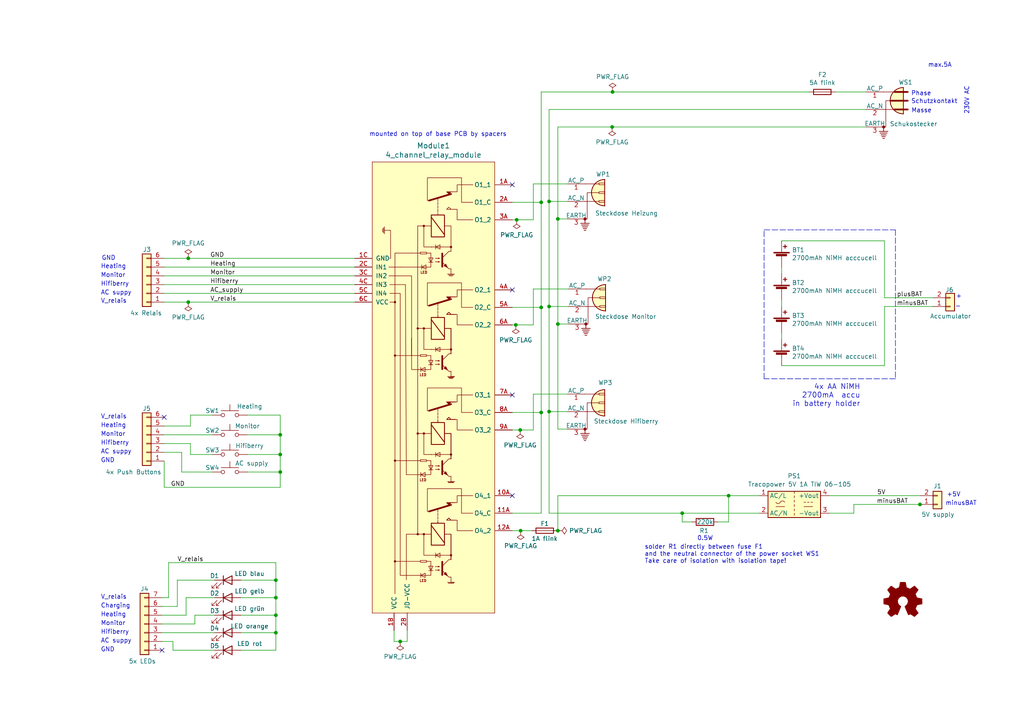
<source format=kicad_sch>
(kicad_sch (version 20211123) (generator eeschema)
  (paper "A4")
  (title_block (title "HB-UNI-SenAct-4-4-SC_DS_FUEL4EP") (date "2023-07-19") (rev "1.1") (company "FUEL4EP") (comment 1 "3x Schaltaktor AsksinPP für Netzfreischalter Gehäusebauteile") (comment 2 "Creative Commons License, non-commercial") (comment 3 "Vorsicht 230V: Nutzung auf eigene Gefahr!") (comment 4 "Nur für ausgebildete Elektrofachleute"))
  (lib_symbols
    (symbol "Connector:Conn_WallPlug_Earth" (pin_names (offset 0))
      (property "Reference" "P" (at 0 3.81 0))
      (property "Value" "Conn_WallPlug_Earth" (at -5.08 0 90))
      (symbol "Conn_WallPlug_Earth_1_1"
        (pin power_out line (at 7.62 2.54 180) (length 5.08) (name "AC_P") (number "1"))
        (pin power_out line (at 7.62 -2.54 180) (length 5.08) (name "AC_N") (number "2"))
        (pin passive line (at 7.62 -7.62 180) (length 5.08) (name "EARTH") (number "3"))
      )
    )
    (symbol "Connector:Conn_WallSocket_Earth" (pin_names (offset 0))
      (property "Reference" "J" (at 3.81 6.985 0))
      (property "Value" "Conn_WallSocket_Earth" (at 7.62 2.54 90))
      (symbol "Conn_WallSocket_Earth_1_1"
        (pin power_in line (at -5.08 5.08 0) (length 5.08) (name "AC_P") (number "1"))
        (pin power_in line (at -5.08 0 0) (length 5.08) (name "AC_N") (number "2"))
        (pin passive line (at -5.08 -5.08 0) (length 5.08) (name "EARTH") (number "3"))
      )
    )
    (symbol "Connector_Generic:Conn_01x02" (pin_names (offset 1.016) hide)
      (property "Reference" "J" (at 0 2.54 0))
      (property "Value" "Conn_01x02" (at 0 -5.08 0))
      (symbol "Conn_01x02_1_1"
        (pin passive line (at -5.08 0 0) (length 3.81) (name "Pin_1") (number "1"))
        (pin passive line (at -5.08 -2.54 0) (length 3.81) (name "Pin_2") (number "2"))
      )
    )
    (symbol "Connector_Generic:Conn_01x06" (pin_names (offset 1.016) hide)
      (property "Reference" "J" (at 0 7.62 0))
      (property "Value" "Conn_01x06" (at 0 -10.16 0))
      (symbol "Conn_01x06_1_1"
        (pin passive line (at -5.08 5.08 0) (length 3.81) (name "Pin_1") (number "1"))
        (pin passive line (at -5.08 2.54 0) (length 3.81) (name "Pin_2") (number "2"))
        (pin passive line (at -5.08 0 0) (length 3.81) (name "Pin_3") (number "3"))
        (pin passive line (at -5.08 -2.54 0) (length 3.81) (name "Pin_4") (number "4"))
        (pin passive line (at -5.08 -5.08 0) (length 3.81) (name "Pin_5") (number "5"))
        (pin passive line (at -5.08 -7.62 0) (length 3.81) (name "Pin_6") (number "6"))
      )
    )
    (symbol "Connector_Generic:Conn_01x07" (pin_names (offset 1.016) hide)
      (property "Reference" "J" (at 0 10.16 0))
      (property "Value" "Conn_01x07" (at 0 -10.16 0))
      (symbol "Conn_01x07_1_1"
        (pin passive line (at -5.08 7.62 0) (length 3.81) (name "Pin_1") (number "1"))
        (pin passive line (at -5.08 5.08 0) (length 3.81) (name "Pin_2") (number "2"))
        (pin passive line (at -5.08 2.54 0) (length 3.81) (name "Pin_3") (number "3"))
        (pin passive line (at -5.08 0 0) (length 3.81) (name "Pin_4") (number "4"))
        (pin passive line (at -5.08 -2.54 0) (length 3.81) (name "Pin_5") (number "5"))
        (pin passive line (at -5.08 -5.08 0) (length 3.81) (name "Pin_6") (number "6"))
        (pin passive line (at -5.08 -7.62 0) (length 3.81) (name "Pin_7") (number "7"))
      )
    )
    (symbol "Converter_ACDC:HLK-PM01"
      (property "Reference" "PS" (at 0 5.08 0))
      (property "Value" "HLK-PM01" (at 0 -5.08 0))
      (symbol "HLK-PM01_1_1"
        (pin power_in line (at -10.16 2.54 0) (length 2.54) (name "AC/L") (number "1"))
        (pin power_in line (at -10.16 -2.54 0) (length 2.54) (name "AC/N") (number "2"))
        (pin power_out line (at 10.16 -2.54 180) (length 2.54) (name "-Vout") (number "3"))
        (pin power_out line (at 10.16 2.54 180) (length 2.54) (name "+Vout") (number "4"))
      )
    )
    (symbol "Device:Battery_Cell" (pin_numbers hide) (pin_names (offset 0) hide)
      (property "Reference" "BT" (at 2.54 2.54 0))
      (property "Value" "Battery_Cell" (at 2.54 0 0))
      (symbol "Battery_Cell_1_1"
        (pin passive line (at 0 5.08 270) (length 2.54) (name "+") (number "1"))
        (pin passive line (at 0 -2.54 90) (length 2.54) (name "-") (number "2"))
      )
    )
    (symbol "Device:Fuse" (pin_numbers hide) (pin_names (offset 0))
      (property "Reference" "F" (at 2.032 0 90))
      (property "Value" "Fuse" (at -1.905 0 90))
      (symbol "Fuse_1_1"
        (pin passive line (at 0 3.81 270) (length 1.27) (name "~") (number "1"))
        (pin passive line (at 0 -3.81 90) (length 1.27) (name "~") (number "2"))
      )
    )
    (symbol "Device:LED" (pin_numbers hide) (pin_names (offset 1.016) hide)
      (property "Reference" "D" (at 0 2.54 0))
      (property "Value" "LED" (at 0 -2.54 0))
      (symbol "LED_1_1"
        (pin passive line (at -3.81 0 0) (length 2.54) (name "K") (number "1"))
        (pin passive line (at 3.81 0 180) (length 2.54) (name "A") (number "2"))
      )
    )
    (symbol "Device:R" (pin_numbers hide) (pin_names (offset 0))
      (property "Reference" "R" (at 2.032 0 90))
      (property "Value" "R" (at 0 0 90))
      (symbol "R_1_1"
        (pin passive line (at 0 3.81 270) (length 1.27) (name "~") (number "1"))
        (pin passive line (at 0 -3.81 90) (length 1.27) (name "~") (number "2"))
      )
    )
    (symbol "FUEL4EP:4_channel_relay_module" (pin_names (offset 1.016))
      (property "Reference" "Module" (at -5.08 -133.35 0))
      (property "Value" "4_channel_relay_module" (at 16.51 6.35 0))
      (symbol "4_channel_relay_module_0_0"
        (text "LED" (at 14.732 -121.412 0) (effects (font (size 0.7112 0.7112))))
        (text "LED" (at 14.732 -92.202 0) (effects (font (size 0.7112 0.7112))))
        (text "LED" (at 14.732 -61.722 0) (effects (font (size 0.7112 0.7112))))
        (text "LED" (at 14.986 -32.004 0) (effects (font (size 0.7112 0.7112))))
      )
      (symbol "4_channel_relay_module_1_1"
        (pin passive line (at 40.64 -96.774 180) (length 5.08) (name "O4_1") (number "10A"))
        (pin passive line (at 40.64 -101.854 180) (length 5.08) (name "O4_C") (number "11A"))
        (pin passive line (at 40.64 -106.934 180) (length 5.08) (name "O4_2") (number "12A"))
        (pin passive line (at 40.64 -6.604 180) (length 5.08) (name "O1_1") (number "1A"))
        (pin power_in line (at 6.35 -135.89 90) (length 5.08) (name "VCC") (number "1B"))
        (pin power_in line (at -5.08 -27.94 0) (length 5.08) (name "GND") (number "1C"))
        (pin passive line (at 40.64 -11.684 180) (length 5.08) (name "O1_C") (number "2A"))
        (pin power_in line (at 10.16 -135.89 90) (length 5.08) (name "JD-VCC") (number "2B"))
        (pin input line (at -5.08 -30.48 0) (length 5.08) (name "IN1") (number "2C"))
        (pin passive line (at 40.64 -16.764 180) (length 5.08) (name "O1_2") (number "3A"))
        (pin input line (at -5.08 -33.02 0) (length 5.08) (name "IN2") (number "3C"))
        (pin passive line (at 40.64 -37.084 180) (length 5.08) (name "O2_1") (number "4A"))
        (pin input line (at -5.08 -35.56 0) (length 5.08) (name "IN3") (number "4C"))
        (pin passive line (at 40.64 -42.164 180) (length 5.08) (name "O2_C") (number "5A"))
        (pin input line (at -5.08 -38.1 0) (length 5.08) (name "IN4") (number "5C"))
        (pin passive line (at 40.64 -47.244 180) (length 5.08) (name "O2_2") (number "6A"))
        (pin power_in line (at -5.08 -40.64 0) (length 5.08) (name "VCC") (number "6C"))
        (pin passive line (at 40.64 -67.564 180) (length 5.08) (name "O3_1") (number "7A"))
        (pin passive line (at 40.64 -72.644 180) (length 5.08) (name "O3_C") (number "8A"))
        (pin passive line (at 40.64 -77.724 180) (length 5.08) (name "O3_2") (number "9A"))
      )
    )
    (symbol "Graphic:Logo_Open_Hardware_Small" (pin_names (offset 1.016)))
    (symbol "Switch:SW_Push" (pin_numbers hide) (pin_names (offset 1.016) hide)
      (property "Reference" "SW" (at 1.27 2.54 0))
      (property "Value" "SW_Push" (at 0 -1.524 0))
      (symbol "SW_Push_0_1"
        (pin passive line (at -5.08 0 0) (length 2.54) (name "1") (number "1"))
        (pin passive line (at 5.08 0 180) (length 2.54) (name "2") (number "2"))
      )
    )
    (symbol "power:PWR_FLAG" (power) (pin_numbers hide) (pin_names (offset 0) hide)
      (property "Value" "PWR_FLAG" (at 0 3.81 0))
      (symbol "PWR_FLAG_0_0"
        (pin power_out line (at 0 0 90) (length 0) (name "pwr") (number "1"))
      )
    )
  )
  (junction (at 156.972 119.634))
  (junction (at 159.258 88.9))
  (junction (at 81.28 126.111))
  (junction (at 151.003 153.924))
  (junction (at 156.972 58.674))
  (junction (at 80.01 178.435))
  (junction (at 159.258 58.42))
  (junction (at 161.798 63.5))
  (junction (at 80.01 183.515))
  (junction (at 266.827 146.304))
  (junction (at 54.61 87.63))
  (junction (at 116.078 186.055))
  (junction (at 177.673 26.67))
  (junction (at 150.876 124.714))
  (junction (at 156.972 89.154))
  (junction (at 177.546 36.83))
  (junction (at 80.01 173.355))
  (junction (at 81.28 136.906))
  (junction (at 149.86 63.754))
  (junction (at 161.798 153.924))
  (junction (at 80.01 168.275))
  (junction (at 81.28 131.826))
  (junction (at 159.258 119.38))
  (junction (at 211.328 143.764))
  (junction (at 197.866 148.844))
  (junction (at 54.61 74.93))
  (junction (at 149.606 94.234))
  (junction (at 161.798 93.98))
  (no_connect (at 148.59 143.764))
  (no_connect (at 148.59 53.594))
  (no_connect (at 46.99 188.595))
  (no_connect (at 47.625 121.031))
  (no_connect (at 148.59 84.074))
  (no_connect (at 148.59 114.554))
  (wire (pts (xy 114.3 182.88) (xy 114.3 186.055)))
  (wire (pts (xy 80.01 178.435) (xy 80.01 183.515)))
  (wire (pts (xy 226.695 69.85) (xy 256.54 69.85)))
  (wire (pts (xy 154.686 114.3) (xy 164.592 114.3)))
  (wire (pts (xy 55.245 131.826) (xy 55.245 128.651)))
  (wire (pts (xy 47.625 123.571) (xy 55.245 123.571)))
  (wire (pts (xy 256.54 88.9) (xy 256.54 106.045)))
  (wire (pts (xy 52.705 131.191) (xy 47.625 131.191)))
  (wire (pts (xy 52.705 136.906) (xy 61.595 136.906)))
  (wire (pts (xy 234.696 26.67) (xy 177.673 26.67)))
  (wire (pts (xy 211.328 143.764) (xy 220.218 143.764)))
  (wire (pts (xy 211.328 151.384) (xy 211.328 143.764)))
  (wire (pts (xy 80.01 168.275) (xy 80.01 173.355)))
  (wire (pts (xy 247.65 146.304) (xy 266.827 146.304)))
  (wire (pts (xy 62.23 183.515) (xy 46.99 183.515)))
  (wire (pts (xy 51.435 175.895) (xy 46.99 175.895)))
  (wire (pts (xy 81.28 141.351) (xy 47.625 141.351)))
  (wire (pts (xy 256.54 86.36) (xy 270.51 86.36)))
  (wire (pts (xy 102.87 82.55) (xy 47.625 82.55)))
  (wire (pts (xy 164.592 119.38) (xy 159.258 119.38)))
  (wire (pts (xy 81.28 126.111) (xy 81.28 131.826)))
  (wire (pts (xy 154.686 94.234) (xy 154.686 83.82)))
  (wire (pts (xy 62.23 168.275) (xy 51.435 168.275)))
  (wire (pts (xy 148.59 58.674) (xy 156.972 58.674)))
  (polyline (pts (xy 259.715 109.855) (xy 221.615 109.855)))
  (wire (pts (xy 159.258 88.9) (xy 159.258 119.38)))
  (wire (pts (xy 81.28 131.826) (xy 81.28 136.906)))
  (wire (pts (xy 148.59 89.154) (xy 156.972 89.154)))
  (wire (pts (xy 226.695 77.47) (xy 226.695 79.375)))
  (wire (pts (xy 164.846 88.9) (xy 159.258 88.9)))
  (wire (pts (xy 266.827 146.304) (xy 266.954 146.304)))
  (wire (pts (xy 154.686 124.714) (xy 154.686 114.3)))
  (wire (pts (xy 161.798 153.924) (xy 161.798 143.764)))
  (wire (pts (xy 149.86 63.754) (xy 148.59 63.754)))
  (wire (pts (xy 156.972 58.674) (xy 156.972 89.154)))
  (wire (pts (xy 55.245 128.651) (xy 47.625 128.651)))
  (wire (pts (xy 161.798 93.98) (xy 164.846 93.98)))
  (wire (pts (xy 56.515 178.435) (xy 56.515 180.975)))
  (wire (pts (xy 197.866 151.384) (xy 197.866 148.844)))
  (wire (pts (xy 208.28 151.384) (xy 211.328 151.384)))
  (wire (pts (xy 50.165 188.595) (xy 50.165 186.055)))
  (wire (pts (xy 256.54 88.9) (xy 270.51 88.9)))
  (wire (pts (xy 226.695 106.045) (xy 256.54 106.045)))
  (wire (pts (xy 71.755 120.396) (xy 81.28 120.396)))
  (wire (pts (xy 159.258 119.38) (xy 159.258 148.844)))
  (wire (pts (xy 80.01 173.355) (xy 80.01 178.435)))
  (wire (pts (xy 69.85 173.355) (xy 80.01 173.355)))
  (wire (pts (xy 71.755 126.111) (xy 81.28 126.111)))
  (wire (pts (xy 47.625 74.93) (xy 54.61 74.93)))
  (wire (pts (xy 156.972 119.634) (xy 156.972 148.844)))
  (wire (pts (xy 51.435 168.275) (xy 51.435 175.895)))
  (wire (pts (xy 148.59 119.634) (xy 156.972 119.634)))
  (wire (pts (xy 159.258 148.844) (xy 197.866 148.844)))
  (wire (pts (xy 256.54 69.85) (xy 256.54 86.36)))
  (wire (pts (xy 53.975 173.355) (xy 53.975 178.435)))
  (wire (pts (xy 80.01 183.515) (xy 80.01 188.595)))
  (polyline (pts (xy 221.615 109.855) (xy 221.615 66.675)))
  (wire (pts (xy 159.258 31.75) (xy 159.258 58.42)))
  (wire (pts (xy 161.798 63.5) (xy 161.798 93.98)))
  (wire (pts (xy 156.972 89.154) (xy 156.972 119.634)))
  (wire (pts (xy 47.625 77.47) (xy 102.87 77.47)))
  (wire (pts (xy 48.895 173.355) (xy 48.895 163.195)))
  (wire (pts (xy 53.975 178.435) (xy 46.99 178.435)))
  (wire (pts (xy 54.61 87.63) (xy 102.87 87.63)))
  (wire (pts (xy 54.61 74.93) (xy 102.87 74.93)))
  (wire (pts (xy 161.798 93.98) (xy 161.798 124.46)))
  (polyline (pts (xy 259.715 66.675) (xy 259.715 109.855)))
  (wire (pts (xy 80.01 163.195) (xy 80.01 168.275)))
  (wire (pts (xy 102.87 85.09) (xy 47.625 85.09)))
  (wire (pts (xy 62.23 188.595) (xy 50.165 188.595)))
  (wire (pts (xy 156.972 26.67) (xy 156.972 58.674)))
  (wire (pts (xy 47.625 87.63) (xy 54.61 87.63)))
  (wire (pts (xy 69.85 183.515) (xy 80.01 183.515)))
  (wire (pts (xy 242.316 26.67) (xy 251.206 26.67)))
  (wire (pts (xy 159.258 58.42) (xy 159.258 88.9)))
  (wire (pts (xy 177.673 26.67) (xy 156.972 26.67)))
  (wire (pts (xy 62.23 173.355) (xy 53.975 173.355)))
  (wire (pts (xy 251.206 36.83) (xy 177.546 36.83)))
  (wire (pts (xy 71.755 131.826) (xy 81.28 131.826)))
  (wire (pts (xy 251.206 31.75) (xy 159.258 31.75)))
  (wire (pts (xy 81.28 120.396) (xy 81.28 126.111)))
  (wire (pts (xy 55.245 120.396) (xy 61.595 120.396)))
  (wire (pts (xy 156.972 148.844) (xy 148.59 148.844)))
  (wire (pts (xy 151.003 153.924) (xy 148.59 153.924)))
  (wire (pts (xy 69.85 178.435) (xy 80.01 178.435)))
  (wire (pts (xy 161.798 143.764) (xy 211.328 143.764)))
  (wire (pts (xy 161.798 36.83) (xy 161.798 63.5)))
  (wire (pts (xy 69.85 168.275) (xy 80.01 168.275)))
  (wire (pts (xy 164.592 63.5) (xy 161.798 63.5)))
  (wire (pts (xy 150.876 124.714) (xy 154.686 124.714)))
  (wire (pts (xy 149.606 94.234) (xy 154.686 94.234)))
  (wire (pts (xy 71.755 136.906) (xy 81.28 136.906)))
  (wire (pts (xy 154.686 53.34) (xy 164.592 53.34)))
  (wire (pts (xy 177.546 36.83) (xy 161.798 36.83)))
  (wire (pts (xy 226.695 96.52) (xy 226.695 98.425)))
  (wire (pts (xy 50.165 186.055) (xy 46.99 186.055)))
  (wire (pts (xy 46.99 173.355) (xy 48.895 173.355)))
  (wire (pts (xy 47.625 141.351) (xy 47.625 133.731)))
  (wire (pts (xy 114.3 186.055) (xy 116.078 186.055)))
  (wire (pts (xy 161.798 124.46) (xy 164.592 124.46)))
  (wire (pts (xy 48.895 163.195) (xy 80.01 163.195)))
  (wire (pts (xy 154.686 63.754) (xy 149.86 63.754)))
  (wire (pts (xy 159.258 58.42) (xy 164.592 58.42)))
  (wire (pts (xy 47.625 126.111) (xy 61.595 126.111)))
  (wire (pts (xy 148.59 94.234) (xy 149.606 94.234)))
  (wire (pts (xy 247.65 148.844) (xy 240.538 148.844)))
  (wire (pts (xy 118.11 186.055) (xy 118.11 182.88)))
  (wire (pts (xy 56.515 180.975) (xy 46.99 180.975)))
  (wire (pts (xy 197.866 148.844) (xy 220.218 148.844)))
  (wire (pts (xy 154.686 53.34) (xy 154.686 63.754)))
  (wire (pts (xy 116.078 186.055) (xy 118.11 186.055)))
  (wire (pts (xy 200.66 151.384) (xy 197.866 151.384)))
  (wire (pts (xy 154.178 153.924) (xy 151.003 153.924)))
  (wire (pts (xy 52.705 131.191) (xy 52.705 136.906)))
  (wire (pts (xy 61.595 131.826) (xy 55.245 131.826)))
  (wire (pts (xy 148.59 124.714) (xy 150.876 124.714)))
  (polyline (pts (xy 221.615 66.675) (xy 259.715 66.675)))
  (wire (pts (xy 240.538 143.764) (xy 266.827 143.764)))
  (wire (pts (xy 62.23 178.435) (xy 56.515 178.435)))
  (wire (pts (xy 80.01 188.595) (xy 69.85 188.595)))
  (wire (pts (xy 226.695 86.995) (xy 226.695 88.9)))
  (wire (pts (xy 55.245 123.571) (xy 55.245 120.396)))
  (wire (pts (xy 81.28 136.906) (xy 81.28 141.351)))
  (wire (pts (xy 247.65 146.304) (xy 247.65 148.844)))
  (wire (pts (xy 102.87 80.01) (xy 47.625 80.01)))
  (wire (pts (xy 154.686 83.82) (xy 164.846 83.82)))
  (text "max.5A" (at 269.113 19.685 0) (effects (font (size 1.27 1.27)) (justify left bottom)))
  (text "230V AC\n" (at 281.178 33.274 90) (effects (font (size 1.27 1.27)) (justify left bottom)))
  (text "AC suppy\n" (at 29.21 131.826 0) (effects (font (size 1.27 1.27)) (justify left bottom)))
  (text "+5V\n" (at 278.638 144.272 180) (effects (font (size 1.27 1.27)) (justify right bottom)))
  (text "AC suppy\n" (at 29.21 186.69 0) (effects (font (size 1.27 1.27)) (justify left bottom)))
  (text "Heating" (at 29.21 179.07 0) (effects (font (size 1.27 1.27)) (justify left bottom)))
  (text "-\n" (at 278.765 89.662 180) (effects (font (size 1.27 1.27)) (justify right bottom)))
  (text "Hifiberry\n" (at 29.21 184.15 0) (effects (font (size 1.27 1.27)) (justify left bottom)))
  (text "Monitor\n" (at 29.21 80.645 0) (effects (font (size 1.27 1.27)) (justify left bottom)))
  (text "Heating" (at 29.21 124.206 0) (effects (font (size 1.27 1.27)) (justify left bottom)))
  (text "GND\n" (at 29.21 189.23 0) (effects (font (size 1.27 1.27)) (justify left bottom)))
  (text "solder R1 directly between fuse F1\nand the neutral connector of the power socket WS1\nTake care of isolation with isolation tape!" (at 186.944 163.576 0) (effects (font (size 1.27 1.27)) (justify left bottom)))
  (text "Hifiberry\n" (at 29.21 129.286 0) (effects (font (size 1.27 1.27)) (justify left bottom)))
  (text "0.5W" (at 202.184 156.972 0) (effects (font (size 1.27 1.27)) (justify left bottom)))
  (text "V_relais\n" (at 29.21 121.666 0) (effects (font (size 1.27 1.27)) (justify left bottom)))
  (text "V_relais\n" (at 29.21 173.99 0) (effects (font (size 1.27 1.27)) (justify left bottom)))
  (text "Hifiberry\n" (at 29.21 83.185 0) (effects (font (size 1.27 1.27)) (justify left bottom)))
  (text "4x AA NiMH\n 2700mA  accu\nin battery holder\n" (at 249.555 118.11 180) (effects (font (size 1.524 1.524)) (justify right bottom)))
  (text "+" (at 278.765 86.995 90) (effects (font (size 1.27 1.27)) (justify left bottom)))
  (text "Monitor\n" (at 29.21 126.746 0) (effects (font (size 1.27 1.27)) (justify left bottom)))
  (text "Charging\n" (at 29.21 176.53 0) (effects (font (size 1.27 1.27)) (justify left bottom)))
  (text "GND\n" (at 29.464 75.692 0) (effects (font (size 1.27 1.27)) (justify left bottom)))
  (text "Phase\n" (at 270.129 27.94 180) (effects (font (size 1.27 1.27)) (justify right bottom)))
  (text "GND\n" (at 29.21 134.366 0) (effects (font (size 1.27 1.27)) (justify left bottom)))
  (text "minusBAT\n\n" (at 283.337 148.844 180) (effects (font (size 1.27 1.27)) (justify right bottom)))
  (text "V_relais\n" (at 29.21 88.138 0) (effects (font (size 1.27 1.27)) (justify left bottom)))
  (text "Monitor\n" (at 29.21 181.61 0) (effects (font (size 1.27 1.27)) (justify left bottom)))
  (text "Heating" (at 29.21 78.105 0) (effects (font (size 1.27 1.27)) (justify left bottom)))
  (text "Schutzkontakt\n" (at 277.749 30.226 180) (effects (font (size 1.27 1.27)) (justify right bottom)))
  (text "AC suppy\n" (at 29.21 85.725 0) (effects (font (size 1.27 1.27)) (justify left bottom)))
  (text "Masse\n" (at 270.256 32.893 180) (effects (font (size 1.27 1.27)) (justify right bottom)))
  (text "mounted on top of base PCB by spacers" (at 107.061 39.751 0) (effects (font (size 1.27 1.27)) (justify left bottom)))
  (label "GND" (at 49.53 141.351 0))
  (label "minusBAT" (at 260.096 88.9 0))
  (label "GND" (at 60.96 74.93 0))
  (label "minusBAT" (at 254.254 146.304 0))
  (label "plusBAT" (at 260.096 86.36 0))
  (label "V_relais" (at 60.96 87.63 0))
  (label "AC_supply" (at 60.96 85.09 0))
  (label "5V" (at 254.381 143.764 0))
  (label "Hifiberry" (at 60.96 82.55 0))
  (label "Monitor" (at 60.96 80.01 0))
  (label "V_relais" (at 51.435 163.195 0))
  (label "Heating" (at 60.96 77.47 0))
  (symbol (lib_id "Graphic:Logo_Open_Hardware_Small") (at 261.874 174.498 0) (unit 1)
    (property "Reference" "LOGO1" (effects hide))
    (property "Value" "Logo_Open_Hardware_Small" (effects hide))
    (property "Footprint" "FUEL4EP:CC-BY-ND-SA" (effects hide))
  )
  (symbol (lib_id "Device:Battery_Cell") (at 226.695 74.93 0) (unit 1)
    (property "Reference" "BT1" (at 229.6922 72.4916 0) (effects (justify left)))
    (property "Value" "2700mAh NiMH acccucell" (at 229.6922 74.803 0) (effects (justify left)))
  )
  (symbol (lib_id "Device:Battery_Cell") (at 226.695 84.455 0) (unit 1)
    (property "Reference" "BT2" (at 229.6922 82.0166 0) (effects (justify left)))
    (property "Value" "2700mAh NiMH acccucell" (at 229.6922 84.328 0) (effects (justify left)))
  )
  (symbol (lib_id "Device:Battery_Cell") (at 226.695 93.98 0) (unit 1)
    (property "Reference" "BT3" (at 229.6922 91.5416 0) (effects (justify left)))
    (property "Value" "2700mAh NiMH acccucell" (at 229.6922 93.853 0) (effects (justify left)))
  )
  (symbol (lib_id "Device:Battery_Cell") (at 226.695 103.505 0) (unit 1)
    (property "Reference" "BT4" (at 229.6922 101.0666 0) (effects (justify left)))
    (property "Value" "2700mAh NiMH acccucell" (at 229.6922 103.378 0) (effects (justify left)))
  )
  (symbol (lib_id "Connector_Generic:Conn_01x02") (at 275.59 88.9 0) (mirror x) (unit 1)
    (property "Reference" "J6" (at 276.606 84.074 0) (effects (justify right)))
    (property "Value" "Accumulator" (at 281.686 91.694 0) (effects (justify right)))
  )
  (symbol (lib_id "Switch:SW_Push") (at 66.675 120.396 0) (unit 1)
    (property "Reference" "SW1" (at 61.595 119.126 0))
    (property "Value" "Heating" (at 72.39 117.856 0))
  )
  (symbol (lib_id "Switch:SW_Push") (at 66.675 126.111 0) (unit 1)
    (property "Reference" "SW2" (at 61.595 124.841 0))
    (property "Value" "Monitor" (at 71.755 123.571 0))
  )
  (symbol (lib_id "Switch:SW_Push") (at 66.675 131.826 0) (unit 1)
    (property "Reference" "SW3" (at 61.595 130.556 0))
    (property "Value" "Hifiberry" (at 72.39 129.286 0))
  )
  (symbol (lib_id "Switch:SW_Push") (at 66.675 136.906 0) (unit 1)
    (property "Reference" "SW4" (at 61.595 135.636 0))
    (property "Value" "AC supply" (at 73.025 134.366 0))
  )
  (symbol (lib_id "Connector_Generic:Conn_01x06") (at 42.545 128.651 180) (unit 1)
    (property "Reference" "J5" (at 42.545 118.491 0))
    (property "Value" "4x Push Buttons" (at 38.735 136.906 0))
  )
  (symbol (lib_id "Connector_Generic:Conn_01x07") (at 41.91 180.975 180) (unit 1)
    (property "Reference" "J4" (at 41.91 170.815 0))
    (property "Value" "5x LEDs" (at 41.275 191.77 0))
  )
  (symbol (lib_id "Device:LED") (at 66.04 183.515 0) (unit 1)
    (property "Reference" "D4" (at 62.23 182.245 0))
    (property "Value" "LED orange" (at 72.39 181.61 0))
  )
  (symbol (lib_id "Connector_Generic:Conn_01x06") (at 42.545 82.55 180) (unit 1)
    (property "Reference" "J3" (at 43.815 72.39 0) (effects (justify left)))
    (property "Value" "4x Relais" (at 46.99 90.805 0) (effects (justify left)))
  )
  (symbol (lib_id "Device:Fuse") (at 157.988 153.924 90) (unit 1)
    (property "Reference" "F1" (at 159.258 151.892 90) (effects (justify left)))
    (property "Value" "1A flink" (at 161.798 156.21 90) (effects (justify left)))
  )
  (symbol (lib_id "FUEL4EP:4_channel_relay_module") (at 107.95 46.99 0) (unit 1)
    (property "Reference" "Module1" (at 125.73 42.2402 0) (effects (font (size 1.524 1.524))))
    (property "Value" "4_channel_relay_module" (at 125.73 44.9326 0) (effects (font (size 1.524 1.524))))
    (property "Datasheet" "http://s3.amazonaws.com/s3.image.smart/download/101-70-100/2%2Brelay.rar" (effects hide))
  )
  (symbol (lib_id "power:PWR_FLAG") (at 54.61 74.93 0) (unit 1)
    (property "Reference" "#FLG0101" (effects hide))
    (property "Value" "PWR_FLAG" (at 54.61 70.5358 0))
  )
  (symbol (lib_id "power:PWR_FLAG") (at 54.61 87.63 180) (unit 1)
    (property "Reference" "#FLG0109" (effects hide))
    (property "Value" "PWR_FLAG" (at 54.61 92.0242 0))
  )
  (symbol (lib_id "Device:LED") (at 66.04 188.595 0) (unit 1)
    (property "Reference" "D5" (at 62.23 187.325 0))
    (property "Value" "LED rot" (at 72.39 186.69 0))
  )
  (symbol (lib_id "Device:LED") (at 66.04 178.435 0) (unit 1)
    (property "Reference" "D3" (at 62.23 177.165 0))
    (property "Value" "LED grün" (at 72.39 176.53 0))
  )
  (symbol (lib_id "Device:LED") (at 66.04 173.355 0) (unit 1)
    (property "Reference" "D2" (at 62.23 172.085 0))
    (property "Value" "LED gelb" (at 72.39 171.45 0))
  )
  (symbol (lib_id "Device:LED") (at 66.04 168.275 0) (unit 1)
    (property "Reference" "D1" (at 62.23 167.005 0))
    (property "Value" "LED blau" (at 72.39 166.37 0))
  )
  (symbol (lib_id "Device:Fuse") (at 238.506 26.67 270) (unit 1)
    (property "Reference" "F2" (at 238.506 21.6662 90))
    (property "Value" "5A flink" (at 238.506 23.9776 90))
  )
  (symbol (lib_id "power:PWR_FLAG") (at 161.798 153.924 270) (unit 1)
    (property "Reference" "#FLG0110" (effects hide))
    (property "Value" "PWR_FLAG" (at 165.0492 153.924 90) (effects (justify left)))
  )
  (symbol (lib_id "Connector:Conn_WallSocket_Earth") (at 169.672 58.42 0) (unit 1)
    (property "Reference" "WP1" (at 172.847 50.546 0) (effects (justify left)))
    (property "Value" "Steckdose Heizung" (at 172.593 61.849 0) (effects (justify left)))
  )
  (symbol (lib_id "Connector:Conn_WallSocket_Earth") (at 169.926 88.9 0) (unit 1)
    (property "Reference" "WP2" (at 173.228 80.899 0) (effects (justify left)))
    (property "Value" "Steckdose Monitor" (at 172.593 91.821 0) (effects (justify left)))
  )
  (symbol (lib_id "Connector:Conn_WallSocket_Earth") (at 169.672 119.38 0) (unit 1)
    (property "Reference" "WP3" (at 173.482 110.998 0) (effects (justify left)))
    (property "Value" "Steckdose Hifiberry" (at 172.212 122.174 0) (effects (justify left)))
  )
  (symbol (lib_id "Converter_ACDC:HLK-PM01") (at 230.378 146.304 0) (unit 1)
    (property "Reference" "PS1" (at 230.378 138.049 0))
    (property "Value" "Tracopower 5V 1A TIW 06-105" (at 231.902 140.462 0))
    (property "Footprint" "Converter_ACDC:Converter_ACDC_HiLink_HLK-PMxx" (effects hide))
    (property "Datasheet" "http://www.hlktech.net/product_detail.php?ProId=54" (effects hide))
  )
  (symbol (lib_id "Connector:Conn_WallPlug_Earth") (at 258.826 29.21 0) (mirror y) (unit 1)
    (property "Reference" "WS1" (at 260.604 23.876 0) (effects (justify right)))
    (property "Value" "Schukostecker" (at 258.064 35.941 0) (effects (justify right)))
  )
  (symbol (lib_id "Connector_Generic:Conn_01x02") (at 271.907 146.304 0) (mirror x) (unit 1)
    (property "Reference" "J1" (at 271.907 140.97 0))
    (property "Value" "5V supply" (at 272.034 149.225 0))
  )
  (symbol (lib_id "power:PWR_FLAG") (at 116.078 186.055 180) (unit 1)
    (property "Reference" "#FLG0102" (effects hide))
    (property "Value" "PWR_FLAG" (at 116.078 190.4492 0))
  )
  (symbol (lib_id "power:PWR_FLAG") (at 177.673 26.67 0) (unit 1)
    (property "Reference" "#FLG0104" (effects hide))
    (property "Value" "PWR_FLAG" (at 177.673 22.2758 0))
  )
  (symbol (lib_id "power:PWR_FLAG") (at 150.876 124.714 180) (unit 1)
    (property "Reference" "#FLG0105" (effects hide))
    (property "Value" "PWR_FLAG" (at 150.876 129.1082 0))
  )
  (symbol (lib_id "power:PWR_FLAG") (at 151.003 153.924 180) (unit 1)
    (property "Reference" "#FLG0106" (effects hide))
    (property "Value" "PWR_FLAG" (at 151.003 158.3182 0))
  )
  (symbol (lib_id "power:PWR_FLAG") (at 177.546 36.83 180) (unit 1)
    (property "Reference" "#FLG0103" (effects hide))
    (property "Value" "PWR_FLAG" (at 177.546 41.2242 0))
  )
  (symbol (lib_id "power:PWR_FLAG") (at 149.86 63.754 180) (unit 1)
    (property "Reference" "#FLG0107" (effects hide))
    (property "Value" "PWR_FLAG" (at 149.86 68.1482 0))
  )
  (symbol (lib_id "power:PWR_FLAG") (at 149.606 94.234 180) (unit 1)
    (property "Reference" "#FLG0108" (effects hide))
    (property "Value" "PWR_FLAG" (at 149.606 98.6282 0))
  )
  (symbol (lib_id "Device:R") (at 204.47 151.384 90) (unit 1)
    (property "Reference" "R1" (at 204.216 153.924 90))
    (property "Value" "220k" (at 204.47 151.384 90))
  )
)
</source>
